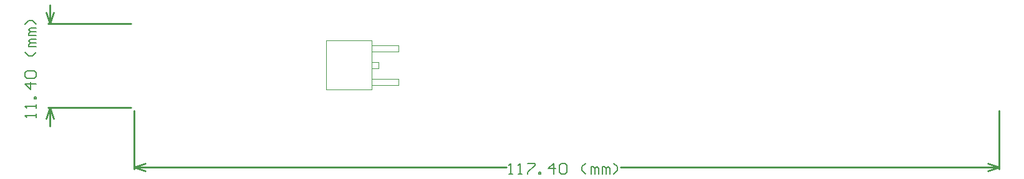
<source format=gm1>
%FSTAX23Y23*%
%MOIN*%
%SFA1B1*%

%IPPOS*%
%ADD25C,0.005984*%
%ADD26C,0.010000*%
%ADD38C,0.000000*%
%LNairdrums3-1*%
%LPD*%
G54D25*
X04056Y02694D02*
X04076D01*
X04066*
Y02753*
X04056Y02743*
X04106Y02694D02*
X04126D01*
X04116*
Y02753*
X04106Y02743*
X04156Y02753D02*
X04196D01*
Y02743*
X04156Y02704*
Y02694*
X04216D02*
Y02704D01*
X04226*
Y02694*
X04216*
X04296D02*
Y02753D01*
X04266Y02724*
X04306*
X04326Y02743D02*
X04336Y02753D01*
X04356*
X04366Y02743*
Y02704*
X04356Y02694*
X04336*
X04326Y02704*
Y02743*
X04466Y02694D02*
X04446Y02714D01*
Y02734*
X04466Y02753*
X04496Y02694D02*
Y02734D01*
X04506*
X04516Y02724*
Y02694*
Y02724*
X04526Y02734*
X04536Y02724*
Y02694*
X04556D02*
Y02734D01*
X04566*
X04576Y02724*
Y02694*
Y02724*
X04586Y02734*
X04596Y02724*
Y02694*
X04616D02*
X04636Y02714D01*
Y02734*
X04616Y02753*
X01528Y02999D02*
Y03019D01*
Y03009*
X01468*
X01478Y02999*
X01528Y03049D02*
Y03069D01*
Y03059*
X01468*
X01478Y03049*
X01528Y03099D02*
X01518D01*
Y03109*
X01528*
Y03099*
Y03179D02*
X01468D01*
X01498Y03149*
Y03189*
X01478Y03209D02*
X01468Y03219D01*
Y03239*
X01478Y03249*
X01518*
X01528Y03239*
Y03219*
X01518Y03209*
X01478*
X01528Y03349D02*
X01508Y03329D01*
X01488*
X01468Y03349*
X01528Y03379D02*
X01488D01*
Y03389*
X01498Y03399*
X01528*
X01498*
X01488Y03409*
X01498Y03419*
X01528*
Y03439D02*
X01488D01*
Y03449*
X01498Y03459*
X01528*
X01498*
X01488Y03469*
X01498Y03479*
X01528*
Y03499D02*
X01508Y03519D01*
X01488*
X01468Y03499*
G54D26*
X06673Y0272D02*
Y03035D01*
X02051Y0272D02*
Y03035D01*
X04652Y0273D02*
X06673D01*
X02051D02*
X0404D01*
X06613Y0275D02*
X06673Y0273D01*
X06613Y0271D02*
X06673Y0273D01*
X02051D02*
X02111Y0271D01*
X02051Y0273D02*
X02111Y0275D01*
X0159Y035D02*
X02035D01*
X0159Y03051D02*
X02035D01*
X016Y02951D02*
Y03051D01*
Y035D02*
Y036D01*
X0158Y02991D02*
X016Y03051D01*
X0162Y02991*
X016Y035D02*
X0162Y0356D01*
X0158D02*
X016Y035D01*
G54D38*
X03077Y03147D02*
X03322D01*
X03077D02*
Y03412D01*
X03322*
Y03147D02*
Y03412D01*
Y03296D02*
X03359D01*
Y03263D02*
Y03296D01*
X03322Y03263D02*
X03359D01*
X03322Y03386D02*
X03465D01*
Y03353D02*
Y03386D01*
X03322Y03353D02*
X03465D01*
X03322D02*
Y03386D01*
Y03206D02*
X03465D01*
Y03173D02*
Y03206D01*
X03322Y03173D02*
X03465D01*
X03322D02*
Y03206D01*
M02*
</source>
